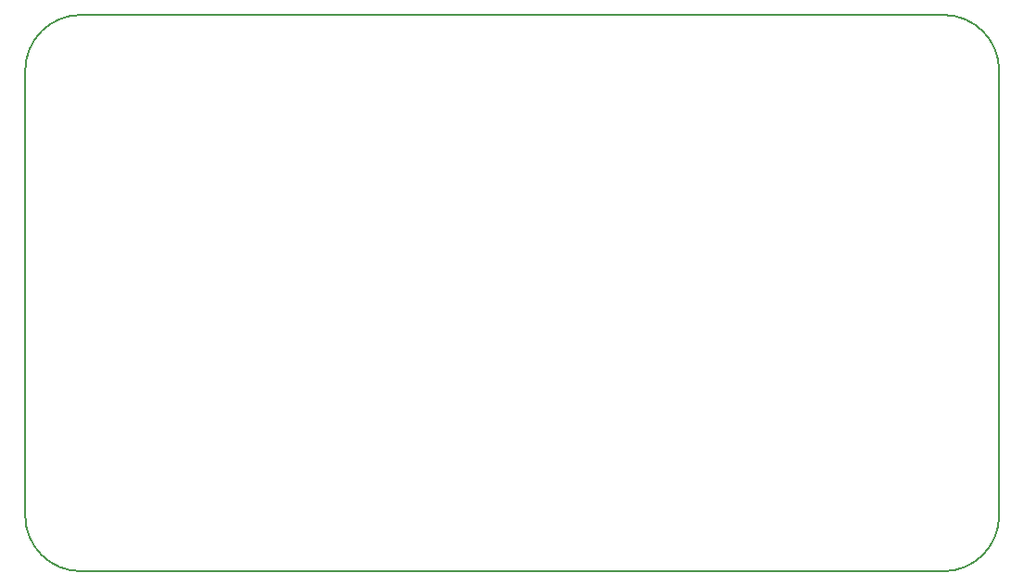
<source format=gbr>
G04 #@! TF.FileFunction,Profile,NP*
%FSLAX46Y46*%
G04 Gerber Fmt 4.6, Leading zero omitted, Abs format (unit mm)*
G04 Created by KiCad (PCBNEW 4.0.7) date 04/25/18 19:18:30*
%MOMM*%
%LPD*%
G01*
G04 APERTURE LIST*
%ADD10C,0.150000*%
G04 APERTURE END LIST*
D10*
X106680000Y-76200000D02*
G75*
G03X101600000Y-81280000I0J-5080000D01*
G01*
X101600000Y-121920000D02*
G75*
G03X106680000Y-127000000I5080000J0D01*
G01*
X185420000Y-127000000D02*
G75*
G03X190500000Y-121920000I0J5080000D01*
G01*
X190500000Y-81280000D02*
G75*
G03X185420000Y-76200000I-5080000J0D01*
G01*
X185420000Y-76200000D02*
X106680000Y-76200000D01*
X190500000Y-121920000D02*
X190500000Y-81280000D01*
X106680000Y-127000000D02*
X185420000Y-127000000D01*
X101600000Y-81280000D02*
X101600000Y-121920000D01*
M02*

</source>
